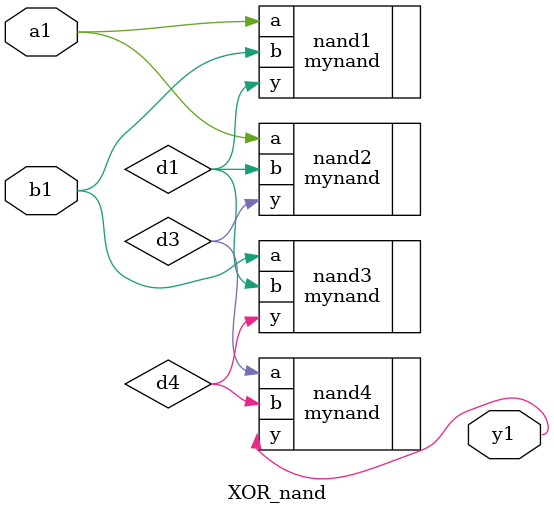
<source format=v>
/* Or gate with 2 1 bit inputs
Sum = a or b*/   /* */  //is used for multiline commmenting

module XOR_nand(a1,b1,y1);

input a1 ,b1;
wire d1,d3,d4;
output y1;

mynand nand1 (.a(a1),.b(b1),.y(d1));
mynand nand2 (.a(a1),.b(d1),.y(d3));
mynand nand3 (.a(b1),.b(d1),.y(d4));
mynand nand4 (.a(d3),.b(d4),.y(y1));

endmodule
//things in red mean preassigned things!!!
</source>
